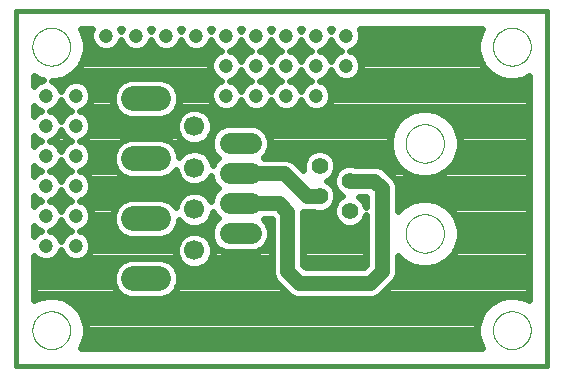
<source format=gtl>
G75*
%MOIN*%
%OFA0B0*%
%FSLAX25Y25*%
%IPPOS*%
%LPD*%
%AMOC8*
5,1,8,0,0,1.08239X$1,22.5*
%
%ADD10C,0.00000*%
%ADD11C,0.01600*%
%ADD12C,0.05543*%
%ADD13C,0.08250*%
%ADD14C,0.07087*%
%ADD15C,0.06693*%
%ADD16C,0.05000*%
%ADD17C,0.04750*%
%ADD18C,0.02400*%
D10*
X0065351Y0067988D02*
X0065353Y0068146D01*
X0065359Y0068304D01*
X0065369Y0068462D01*
X0065383Y0068620D01*
X0065401Y0068777D01*
X0065422Y0068934D01*
X0065448Y0069090D01*
X0065478Y0069246D01*
X0065511Y0069401D01*
X0065549Y0069554D01*
X0065590Y0069707D01*
X0065635Y0069859D01*
X0065684Y0070010D01*
X0065737Y0070159D01*
X0065793Y0070307D01*
X0065853Y0070453D01*
X0065917Y0070598D01*
X0065985Y0070741D01*
X0066056Y0070883D01*
X0066130Y0071023D01*
X0066208Y0071160D01*
X0066290Y0071296D01*
X0066374Y0071430D01*
X0066463Y0071561D01*
X0066554Y0071690D01*
X0066649Y0071817D01*
X0066746Y0071942D01*
X0066847Y0072064D01*
X0066951Y0072183D01*
X0067058Y0072300D01*
X0067168Y0072414D01*
X0067281Y0072525D01*
X0067396Y0072634D01*
X0067514Y0072739D01*
X0067635Y0072841D01*
X0067758Y0072941D01*
X0067884Y0073037D01*
X0068012Y0073130D01*
X0068142Y0073220D01*
X0068275Y0073306D01*
X0068410Y0073390D01*
X0068546Y0073469D01*
X0068685Y0073546D01*
X0068826Y0073618D01*
X0068968Y0073688D01*
X0069112Y0073753D01*
X0069258Y0073815D01*
X0069405Y0073873D01*
X0069554Y0073928D01*
X0069704Y0073979D01*
X0069855Y0074026D01*
X0070007Y0074069D01*
X0070160Y0074108D01*
X0070315Y0074144D01*
X0070470Y0074175D01*
X0070626Y0074203D01*
X0070782Y0074227D01*
X0070939Y0074247D01*
X0071097Y0074263D01*
X0071254Y0074275D01*
X0071413Y0074283D01*
X0071571Y0074287D01*
X0071729Y0074287D01*
X0071887Y0074283D01*
X0072046Y0074275D01*
X0072203Y0074263D01*
X0072361Y0074247D01*
X0072518Y0074227D01*
X0072674Y0074203D01*
X0072830Y0074175D01*
X0072985Y0074144D01*
X0073140Y0074108D01*
X0073293Y0074069D01*
X0073445Y0074026D01*
X0073596Y0073979D01*
X0073746Y0073928D01*
X0073895Y0073873D01*
X0074042Y0073815D01*
X0074188Y0073753D01*
X0074332Y0073688D01*
X0074474Y0073618D01*
X0074615Y0073546D01*
X0074754Y0073469D01*
X0074890Y0073390D01*
X0075025Y0073306D01*
X0075158Y0073220D01*
X0075288Y0073130D01*
X0075416Y0073037D01*
X0075542Y0072941D01*
X0075665Y0072841D01*
X0075786Y0072739D01*
X0075904Y0072634D01*
X0076019Y0072525D01*
X0076132Y0072414D01*
X0076242Y0072300D01*
X0076349Y0072183D01*
X0076453Y0072064D01*
X0076554Y0071942D01*
X0076651Y0071817D01*
X0076746Y0071690D01*
X0076837Y0071561D01*
X0076926Y0071430D01*
X0077010Y0071296D01*
X0077092Y0071160D01*
X0077170Y0071023D01*
X0077244Y0070883D01*
X0077315Y0070741D01*
X0077383Y0070598D01*
X0077447Y0070453D01*
X0077507Y0070307D01*
X0077563Y0070159D01*
X0077616Y0070010D01*
X0077665Y0069859D01*
X0077710Y0069707D01*
X0077751Y0069554D01*
X0077789Y0069401D01*
X0077822Y0069246D01*
X0077852Y0069090D01*
X0077878Y0068934D01*
X0077899Y0068777D01*
X0077917Y0068620D01*
X0077931Y0068462D01*
X0077941Y0068304D01*
X0077947Y0068146D01*
X0077949Y0067988D01*
X0077947Y0067830D01*
X0077941Y0067672D01*
X0077931Y0067514D01*
X0077917Y0067356D01*
X0077899Y0067199D01*
X0077878Y0067042D01*
X0077852Y0066886D01*
X0077822Y0066730D01*
X0077789Y0066575D01*
X0077751Y0066422D01*
X0077710Y0066269D01*
X0077665Y0066117D01*
X0077616Y0065966D01*
X0077563Y0065817D01*
X0077507Y0065669D01*
X0077447Y0065523D01*
X0077383Y0065378D01*
X0077315Y0065235D01*
X0077244Y0065093D01*
X0077170Y0064953D01*
X0077092Y0064816D01*
X0077010Y0064680D01*
X0076926Y0064546D01*
X0076837Y0064415D01*
X0076746Y0064286D01*
X0076651Y0064159D01*
X0076554Y0064034D01*
X0076453Y0063912D01*
X0076349Y0063793D01*
X0076242Y0063676D01*
X0076132Y0063562D01*
X0076019Y0063451D01*
X0075904Y0063342D01*
X0075786Y0063237D01*
X0075665Y0063135D01*
X0075542Y0063035D01*
X0075416Y0062939D01*
X0075288Y0062846D01*
X0075158Y0062756D01*
X0075025Y0062670D01*
X0074890Y0062586D01*
X0074754Y0062507D01*
X0074615Y0062430D01*
X0074474Y0062358D01*
X0074332Y0062288D01*
X0074188Y0062223D01*
X0074042Y0062161D01*
X0073895Y0062103D01*
X0073746Y0062048D01*
X0073596Y0061997D01*
X0073445Y0061950D01*
X0073293Y0061907D01*
X0073140Y0061868D01*
X0072985Y0061832D01*
X0072830Y0061801D01*
X0072674Y0061773D01*
X0072518Y0061749D01*
X0072361Y0061729D01*
X0072203Y0061713D01*
X0072046Y0061701D01*
X0071887Y0061693D01*
X0071729Y0061689D01*
X0071571Y0061689D01*
X0071413Y0061693D01*
X0071254Y0061701D01*
X0071097Y0061713D01*
X0070939Y0061729D01*
X0070782Y0061749D01*
X0070626Y0061773D01*
X0070470Y0061801D01*
X0070315Y0061832D01*
X0070160Y0061868D01*
X0070007Y0061907D01*
X0069855Y0061950D01*
X0069704Y0061997D01*
X0069554Y0062048D01*
X0069405Y0062103D01*
X0069258Y0062161D01*
X0069112Y0062223D01*
X0068968Y0062288D01*
X0068826Y0062358D01*
X0068685Y0062430D01*
X0068546Y0062507D01*
X0068410Y0062586D01*
X0068275Y0062670D01*
X0068142Y0062756D01*
X0068012Y0062846D01*
X0067884Y0062939D01*
X0067758Y0063035D01*
X0067635Y0063135D01*
X0067514Y0063237D01*
X0067396Y0063342D01*
X0067281Y0063451D01*
X0067168Y0063562D01*
X0067058Y0063676D01*
X0066951Y0063793D01*
X0066847Y0063912D01*
X0066746Y0064034D01*
X0066649Y0064159D01*
X0066554Y0064286D01*
X0066463Y0064415D01*
X0066374Y0064546D01*
X0066290Y0064680D01*
X0066208Y0064816D01*
X0066130Y0064953D01*
X0066056Y0065093D01*
X0065985Y0065235D01*
X0065917Y0065378D01*
X0065853Y0065523D01*
X0065793Y0065669D01*
X0065737Y0065817D01*
X0065684Y0065966D01*
X0065635Y0066117D01*
X0065590Y0066269D01*
X0065549Y0066422D01*
X0065511Y0066575D01*
X0065478Y0066730D01*
X0065448Y0066886D01*
X0065422Y0067042D01*
X0065401Y0067199D01*
X0065383Y0067356D01*
X0065369Y0067514D01*
X0065359Y0067672D01*
X0065353Y0067830D01*
X0065351Y0067988D01*
X0065351Y0162476D02*
X0065353Y0162634D01*
X0065359Y0162792D01*
X0065369Y0162950D01*
X0065383Y0163108D01*
X0065401Y0163265D01*
X0065422Y0163422D01*
X0065448Y0163578D01*
X0065478Y0163734D01*
X0065511Y0163889D01*
X0065549Y0164042D01*
X0065590Y0164195D01*
X0065635Y0164347D01*
X0065684Y0164498D01*
X0065737Y0164647D01*
X0065793Y0164795D01*
X0065853Y0164941D01*
X0065917Y0165086D01*
X0065985Y0165229D01*
X0066056Y0165371D01*
X0066130Y0165511D01*
X0066208Y0165648D01*
X0066290Y0165784D01*
X0066374Y0165918D01*
X0066463Y0166049D01*
X0066554Y0166178D01*
X0066649Y0166305D01*
X0066746Y0166430D01*
X0066847Y0166552D01*
X0066951Y0166671D01*
X0067058Y0166788D01*
X0067168Y0166902D01*
X0067281Y0167013D01*
X0067396Y0167122D01*
X0067514Y0167227D01*
X0067635Y0167329D01*
X0067758Y0167429D01*
X0067884Y0167525D01*
X0068012Y0167618D01*
X0068142Y0167708D01*
X0068275Y0167794D01*
X0068410Y0167878D01*
X0068546Y0167957D01*
X0068685Y0168034D01*
X0068826Y0168106D01*
X0068968Y0168176D01*
X0069112Y0168241D01*
X0069258Y0168303D01*
X0069405Y0168361D01*
X0069554Y0168416D01*
X0069704Y0168467D01*
X0069855Y0168514D01*
X0070007Y0168557D01*
X0070160Y0168596D01*
X0070315Y0168632D01*
X0070470Y0168663D01*
X0070626Y0168691D01*
X0070782Y0168715D01*
X0070939Y0168735D01*
X0071097Y0168751D01*
X0071254Y0168763D01*
X0071413Y0168771D01*
X0071571Y0168775D01*
X0071729Y0168775D01*
X0071887Y0168771D01*
X0072046Y0168763D01*
X0072203Y0168751D01*
X0072361Y0168735D01*
X0072518Y0168715D01*
X0072674Y0168691D01*
X0072830Y0168663D01*
X0072985Y0168632D01*
X0073140Y0168596D01*
X0073293Y0168557D01*
X0073445Y0168514D01*
X0073596Y0168467D01*
X0073746Y0168416D01*
X0073895Y0168361D01*
X0074042Y0168303D01*
X0074188Y0168241D01*
X0074332Y0168176D01*
X0074474Y0168106D01*
X0074615Y0168034D01*
X0074754Y0167957D01*
X0074890Y0167878D01*
X0075025Y0167794D01*
X0075158Y0167708D01*
X0075288Y0167618D01*
X0075416Y0167525D01*
X0075542Y0167429D01*
X0075665Y0167329D01*
X0075786Y0167227D01*
X0075904Y0167122D01*
X0076019Y0167013D01*
X0076132Y0166902D01*
X0076242Y0166788D01*
X0076349Y0166671D01*
X0076453Y0166552D01*
X0076554Y0166430D01*
X0076651Y0166305D01*
X0076746Y0166178D01*
X0076837Y0166049D01*
X0076926Y0165918D01*
X0077010Y0165784D01*
X0077092Y0165648D01*
X0077170Y0165511D01*
X0077244Y0165371D01*
X0077315Y0165229D01*
X0077383Y0165086D01*
X0077447Y0164941D01*
X0077507Y0164795D01*
X0077563Y0164647D01*
X0077616Y0164498D01*
X0077665Y0164347D01*
X0077710Y0164195D01*
X0077751Y0164042D01*
X0077789Y0163889D01*
X0077822Y0163734D01*
X0077852Y0163578D01*
X0077878Y0163422D01*
X0077899Y0163265D01*
X0077917Y0163108D01*
X0077931Y0162950D01*
X0077941Y0162792D01*
X0077947Y0162634D01*
X0077949Y0162476D01*
X0077947Y0162318D01*
X0077941Y0162160D01*
X0077931Y0162002D01*
X0077917Y0161844D01*
X0077899Y0161687D01*
X0077878Y0161530D01*
X0077852Y0161374D01*
X0077822Y0161218D01*
X0077789Y0161063D01*
X0077751Y0160910D01*
X0077710Y0160757D01*
X0077665Y0160605D01*
X0077616Y0160454D01*
X0077563Y0160305D01*
X0077507Y0160157D01*
X0077447Y0160011D01*
X0077383Y0159866D01*
X0077315Y0159723D01*
X0077244Y0159581D01*
X0077170Y0159441D01*
X0077092Y0159304D01*
X0077010Y0159168D01*
X0076926Y0159034D01*
X0076837Y0158903D01*
X0076746Y0158774D01*
X0076651Y0158647D01*
X0076554Y0158522D01*
X0076453Y0158400D01*
X0076349Y0158281D01*
X0076242Y0158164D01*
X0076132Y0158050D01*
X0076019Y0157939D01*
X0075904Y0157830D01*
X0075786Y0157725D01*
X0075665Y0157623D01*
X0075542Y0157523D01*
X0075416Y0157427D01*
X0075288Y0157334D01*
X0075158Y0157244D01*
X0075025Y0157158D01*
X0074890Y0157074D01*
X0074754Y0156995D01*
X0074615Y0156918D01*
X0074474Y0156846D01*
X0074332Y0156776D01*
X0074188Y0156711D01*
X0074042Y0156649D01*
X0073895Y0156591D01*
X0073746Y0156536D01*
X0073596Y0156485D01*
X0073445Y0156438D01*
X0073293Y0156395D01*
X0073140Y0156356D01*
X0072985Y0156320D01*
X0072830Y0156289D01*
X0072674Y0156261D01*
X0072518Y0156237D01*
X0072361Y0156217D01*
X0072203Y0156201D01*
X0072046Y0156189D01*
X0071887Y0156181D01*
X0071729Y0156177D01*
X0071571Y0156177D01*
X0071413Y0156181D01*
X0071254Y0156189D01*
X0071097Y0156201D01*
X0070939Y0156217D01*
X0070782Y0156237D01*
X0070626Y0156261D01*
X0070470Y0156289D01*
X0070315Y0156320D01*
X0070160Y0156356D01*
X0070007Y0156395D01*
X0069855Y0156438D01*
X0069704Y0156485D01*
X0069554Y0156536D01*
X0069405Y0156591D01*
X0069258Y0156649D01*
X0069112Y0156711D01*
X0068968Y0156776D01*
X0068826Y0156846D01*
X0068685Y0156918D01*
X0068546Y0156995D01*
X0068410Y0157074D01*
X0068275Y0157158D01*
X0068142Y0157244D01*
X0068012Y0157334D01*
X0067884Y0157427D01*
X0067758Y0157523D01*
X0067635Y0157623D01*
X0067514Y0157725D01*
X0067396Y0157830D01*
X0067281Y0157939D01*
X0067168Y0158050D01*
X0067058Y0158164D01*
X0066951Y0158281D01*
X0066847Y0158400D01*
X0066746Y0158522D01*
X0066649Y0158647D01*
X0066554Y0158774D01*
X0066463Y0158903D01*
X0066374Y0159034D01*
X0066290Y0159168D01*
X0066208Y0159304D01*
X0066130Y0159441D01*
X0066056Y0159581D01*
X0065985Y0159723D01*
X0065917Y0159866D01*
X0065853Y0160011D01*
X0065793Y0160157D01*
X0065737Y0160305D01*
X0065684Y0160454D01*
X0065635Y0160605D01*
X0065590Y0160757D01*
X0065549Y0160910D01*
X0065511Y0161063D01*
X0065478Y0161218D01*
X0065448Y0161374D01*
X0065422Y0161530D01*
X0065401Y0161687D01*
X0065383Y0161844D01*
X0065369Y0162002D01*
X0065359Y0162160D01*
X0065353Y0162318D01*
X0065351Y0162476D01*
X0189740Y0130232D02*
X0189742Y0130392D01*
X0189748Y0130551D01*
X0189758Y0130710D01*
X0189772Y0130869D01*
X0189790Y0131028D01*
X0189811Y0131186D01*
X0189837Y0131343D01*
X0189867Y0131500D01*
X0189900Y0131656D01*
X0189938Y0131811D01*
X0189979Y0131965D01*
X0190024Y0132118D01*
X0190073Y0132270D01*
X0190126Y0132420D01*
X0190182Y0132569D01*
X0190242Y0132717D01*
X0190306Y0132863D01*
X0190374Y0133008D01*
X0190445Y0133151D01*
X0190519Y0133292D01*
X0190597Y0133431D01*
X0190679Y0133568D01*
X0190764Y0133703D01*
X0190852Y0133836D01*
X0190943Y0133967D01*
X0191038Y0134095D01*
X0191136Y0134221D01*
X0191237Y0134345D01*
X0191341Y0134465D01*
X0191448Y0134584D01*
X0191558Y0134699D01*
X0191671Y0134812D01*
X0191786Y0134922D01*
X0191905Y0135029D01*
X0192025Y0135133D01*
X0192149Y0135234D01*
X0192275Y0135332D01*
X0192403Y0135427D01*
X0192534Y0135518D01*
X0192667Y0135606D01*
X0192802Y0135691D01*
X0192939Y0135773D01*
X0193078Y0135851D01*
X0193219Y0135925D01*
X0193362Y0135996D01*
X0193507Y0136064D01*
X0193653Y0136128D01*
X0193801Y0136188D01*
X0193950Y0136244D01*
X0194100Y0136297D01*
X0194252Y0136346D01*
X0194405Y0136391D01*
X0194559Y0136432D01*
X0194714Y0136470D01*
X0194870Y0136503D01*
X0195027Y0136533D01*
X0195184Y0136559D01*
X0195342Y0136580D01*
X0195501Y0136598D01*
X0195660Y0136612D01*
X0195819Y0136622D01*
X0195978Y0136628D01*
X0196138Y0136630D01*
X0196298Y0136628D01*
X0196457Y0136622D01*
X0196616Y0136612D01*
X0196775Y0136598D01*
X0196934Y0136580D01*
X0197092Y0136559D01*
X0197249Y0136533D01*
X0197406Y0136503D01*
X0197562Y0136470D01*
X0197717Y0136432D01*
X0197871Y0136391D01*
X0198024Y0136346D01*
X0198176Y0136297D01*
X0198326Y0136244D01*
X0198475Y0136188D01*
X0198623Y0136128D01*
X0198769Y0136064D01*
X0198914Y0135996D01*
X0199057Y0135925D01*
X0199198Y0135851D01*
X0199337Y0135773D01*
X0199474Y0135691D01*
X0199609Y0135606D01*
X0199742Y0135518D01*
X0199873Y0135427D01*
X0200001Y0135332D01*
X0200127Y0135234D01*
X0200251Y0135133D01*
X0200371Y0135029D01*
X0200490Y0134922D01*
X0200605Y0134812D01*
X0200718Y0134699D01*
X0200828Y0134584D01*
X0200935Y0134465D01*
X0201039Y0134345D01*
X0201140Y0134221D01*
X0201238Y0134095D01*
X0201333Y0133967D01*
X0201424Y0133836D01*
X0201512Y0133703D01*
X0201597Y0133568D01*
X0201679Y0133431D01*
X0201757Y0133292D01*
X0201831Y0133151D01*
X0201902Y0133008D01*
X0201970Y0132863D01*
X0202034Y0132717D01*
X0202094Y0132569D01*
X0202150Y0132420D01*
X0202203Y0132270D01*
X0202252Y0132118D01*
X0202297Y0131965D01*
X0202338Y0131811D01*
X0202376Y0131656D01*
X0202409Y0131500D01*
X0202439Y0131343D01*
X0202465Y0131186D01*
X0202486Y0131028D01*
X0202504Y0130869D01*
X0202518Y0130710D01*
X0202528Y0130551D01*
X0202534Y0130392D01*
X0202536Y0130232D01*
X0202534Y0130072D01*
X0202528Y0129913D01*
X0202518Y0129754D01*
X0202504Y0129595D01*
X0202486Y0129436D01*
X0202465Y0129278D01*
X0202439Y0129121D01*
X0202409Y0128964D01*
X0202376Y0128808D01*
X0202338Y0128653D01*
X0202297Y0128499D01*
X0202252Y0128346D01*
X0202203Y0128194D01*
X0202150Y0128044D01*
X0202094Y0127895D01*
X0202034Y0127747D01*
X0201970Y0127601D01*
X0201902Y0127456D01*
X0201831Y0127313D01*
X0201757Y0127172D01*
X0201679Y0127033D01*
X0201597Y0126896D01*
X0201512Y0126761D01*
X0201424Y0126628D01*
X0201333Y0126497D01*
X0201238Y0126369D01*
X0201140Y0126243D01*
X0201039Y0126119D01*
X0200935Y0125999D01*
X0200828Y0125880D01*
X0200718Y0125765D01*
X0200605Y0125652D01*
X0200490Y0125542D01*
X0200371Y0125435D01*
X0200251Y0125331D01*
X0200127Y0125230D01*
X0200001Y0125132D01*
X0199873Y0125037D01*
X0199742Y0124946D01*
X0199609Y0124858D01*
X0199474Y0124773D01*
X0199337Y0124691D01*
X0199198Y0124613D01*
X0199057Y0124539D01*
X0198914Y0124468D01*
X0198769Y0124400D01*
X0198623Y0124336D01*
X0198475Y0124276D01*
X0198326Y0124220D01*
X0198176Y0124167D01*
X0198024Y0124118D01*
X0197871Y0124073D01*
X0197717Y0124032D01*
X0197562Y0123994D01*
X0197406Y0123961D01*
X0197249Y0123931D01*
X0197092Y0123905D01*
X0196934Y0123884D01*
X0196775Y0123866D01*
X0196616Y0123852D01*
X0196457Y0123842D01*
X0196298Y0123836D01*
X0196138Y0123834D01*
X0195978Y0123836D01*
X0195819Y0123842D01*
X0195660Y0123852D01*
X0195501Y0123866D01*
X0195342Y0123884D01*
X0195184Y0123905D01*
X0195027Y0123931D01*
X0194870Y0123961D01*
X0194714Y0123994D01*
X0194559Y0124032D01*
X0194405Y0124073D01*
X0194252Y0124118D01*
X0194100Y0124167D01*
X0193950Y0124220D01*
X0193801Y0124276D01*
X0193653Y0124336D01*
X0193507Y0124400D01*
X0193362Y0124468D01*
X0193219Y0124539D01*
X0193078Y0124613D01*
X0192939Y0124691D01*
X0192802Y0124773D01*
X0192667Y0124858D01*
X0192534Y0124946D01*
X0192403Y0125037D01*
X0192275Y0125132D01*
X0192149Y0125230D01*
X0192025Y0125331D01*
X0191905Y0125435D01*
X0191786Y0125542D01*
X0191671Y0125652D01*
X0191558Y0125765D01*
X0191448Y0125880D01*
X0191341Y0125999D01*
X0191237Y0126119D01*
X0191136Y0126243D01*
X0191038Y0126369D01*
X0190943Y0126497D01*
X0190852Y0126628D01*
X0190764Y0126761D01*
X0190679Y0126896D01*
X0190597Y0127033D01*
X0190519Y0127172D01*
X0190445Y0127313D01*
X0190374Y0127456D01*
X0190306Y0127601D01*
X0190242Y0127747D01*
X0190182Y0127895D01*
X0190126Y0128044D01*
X0190073Y0128194D01*
X0190024Y0128346D01*
X0189979Y0128499D01*
X0189938Y0128653D01*
X0189900Y0128808D01*
X0189867Y0128964D01*
X0189837Y0129121D01*
X0189811Y0129278D01*
X0189790Y0129436D01*
X0189772Y0129595D01*
X0189758Y0129754D01*
X0189748Y0129913D01*
X0189742Y0130072D01*
X0189740Y0130232D01*
X0189740Y0100232D02*
X0189742Y0100392D01*
X0189748Y0100551D01*
X0189758Y0100710D01*
X0189772Y0100869D01*
X0189790Y0101028D01*
X0189811Y0101186D01*
X0189837Y0101343D01*
X0189867Y0101500D01*
X0189900Y0101656D01*
X0189938Y0101811D01*
X0189979Y0101965D01*
X0190024Y0102118D01*
X0190073Y0102270D01*
X0190126Y0102420D01*
X0190182Y0102569D01*
X0190242Y0102717D01*
X0190306Y0102863D01*
X0190374Y0103008D01*
X0190445Y0103151D01*
X0190519Y0103292D01*
X0190597Y0103431D01*
X0190679Y0103568D01*
X0190764Y0103703D01*
X0190852Y0103836D01*
X0190943Y0103967D01*
X0191038Y0104095D01*
X0191136Y0104221D01*
X0191237Y0104345D01*
X0191341Y0104465D01*
X0191448Y0104584D01*
X0191558Y0104699D01*
X0191671Y0104812D01*
X0191786Y0104922D01*
X0191905Y0105029D01*
X0192025Y0105133D01*
X0192149Y0105234D01*
X0192275Y0105332D01*
X0192403Y0105427D01*
X0192534Y0105518D01*
X0192667Y0105606D01*
X0192802Y0105691D01*
X0192939Y0105773D01*
X0193078Y0105851D01*
X0193219Y0105925D01*
X0193362Y0105996D01*
X0193507Y0106064D01*
X0193653Y0106128D01*
X0193801Y0106188D01*
X0193950Y0106244D01*
X0194100Y0106297D01*
X0194252Y0106346D01*
X0194405Y0106391D01*
X0194559Y0106432D01*
X0194714Y0106470D01*
X0194870Y0106503D01*
X0195027Y0106533D01*
X0195184Y0106559D01*
X0195342Y0106580D01*
X0195501Y0106598D01*
X0195660Y0106612D01*
X0195819Y0106622D01*
X0195978Y0106628D01*
X0196138Y0106630D01*
X0196298Y0106628D01*
X0196457Y0106622D01*
X0196616Y0106612D01*
X0196775Y0106598D01*
X0196934Y0106580D01*
X0197092Y0106559D01*
X0197249Y0106533D01*
X0197406Y0106503D01*
X0197562Y0106470D01*
X0197717Y0106432D01*
X0197871Y0106391D01*
X0198024Y0106346D01*
X0198176Y0106297D01*
X0198326Y0106244D01*
X0198475Y0106188D01*
X0198623Y0106128D01*
X0198769Y0106064D01*
X0198914Y0105996D01*
X0199057Y0105925D01*
X0199198Y0105851D01*
X0199337Y0105773D01*
X0199474Y0105691D01*
X0199609Y0105606D01*
X0199742Y0105518D01*
X0199873Y0105427D01*
X0200001Y0105332D01*
X0200127Y0105234D01*
X0200251Y0105133D01*
X0200371Y0105029D01*
X0200490Y0104922D01*
X0200605Y0104812D01*
X0200718Y0104699D01*
X0200828Y0104584D01*
X0200935Y0104465D01*
X0201039Y0104345D01*
X0201140Y0104221D01*
X0201238Y0104095D01*
X0201333Y0103967D01*
X0201424Y0103836D01*
X0201512Y0103703D01*
X0201597Y0103568D01*
X0201679Y0103431D01*
X0201757Y0103292D01*
X0201831Y0103151D01*
X0201902Y0103008D01*
X0201970Y0102863D01*
X0202034Y0102717D01*
X0202094Y0102569D01*
X0202150Y0102420D01*
X0202203Y0102270D01*
X0202252Y0102118D01*
X0202297Y0101965D01*
X0202338Y0101811D01*
X0202376Y0101656D01*
X0202409Y0101500D01*
X0202439Y0101343D01*
X0202465Y0101186D01*
X0202486Y0101028D01*
X0202504Y0100869D01*
X0202518Y0100710D01*
X0202528Y0100551D01*
X0202534Y0100392D01*
X0202536Y0100232D01*
X0202534Y0100072D01*
X0202528Y0099913D01*
X0202518Y0099754D01*
X0202504Y0099595D01*
X0202486Y0099436D01*
X0202465Y0099278D01*
X0202439Y0099121D01*
X0202409Y0098964D01*
X0202376Y0098808D01*
X0202338Y0098653D01*
X0202297Y0098499D01*
X0202252Y0098346D01*
X0202203Y0098194D01*
X0202150Y0098044D01*
X0202094Y0097895D01*
X0202034Y0097747D01*
X0201970Y0097601D01*
X0201902Y0097456D01*
X0201831Y0097313D01*
X0201757Y0097172D01*
X0201679Y0097033D01*
X0201597Y0096896D01*
X0201512Y0096761D01*
X0201424Y0096628D01*
X0201333Y0096497D01*
X0201238Y0096369D01*
X0201140Y0096243D01*
X0201039Y0096119D01*
X0200935Y0095999D01*
X0200828Y0095880D01*
X0200718Y0095765D01*
X0200605Y0095652D01*
X0200490Y0095542D01*
X0200371Y0095435D01*
X0200251Y0095331D01*
X0200127Y0095230D01*
X0200001Y0095132D01*
X0199873Y0095037D01*
X0199742Y0094946D01*
X0199609Y0094858D01*
X0199474Y0094773D01*
X0199337Y0094691D01*
X0199198Y0094613D01*
X0199057Y0094539D01*
X0198914Y0094468D01*
X0198769Y0094400D01*
X0198623Y0094336D01*
X0198475Y0094276D01*
X0198326Y0094220D01*
X0198176Y0094167D01*
X0198024Y0094118D01*
X0197871Y0094073D01*
X0197717Y0094032D01*
X0197562Y0093994D01*
X0197406Y0093961D01*
X0197249Y0093931D01*
X0197092Y0093905D01*
X0196934Y0093884D01*
X0196775Y0093866D01*
X0196616Y0093852D01*
X0196457Y0093842D01*
X0196298Y0093836D01*
X0196138Y0093834D01*
X0195978Y0093836D01*
X0195819Y0093842D01*
X0195660Y0093852D01*
X0195501Y0093866D01*
X0195342Y0093884D01*
X0195184Y0093905D01*
X0195027Y0093931D01*
X0194870Y0093961D01*
X0194714Y0093994D01*
X0194559Y0094032D01*
X0194405Y0094073D01*
X0194252Y0094118D01*
X0194100Y0094167D01*
X0193950Y0094220D01*
X0193801Y0094276D01*
X0193653Y0094336D01*
X0193507Y0094400D01*
X0193362Y0094468D01*
X0193219Y0094539D01*
X0193078Y0094613D01*
X0192939Y0094691D01*
X0192802Y0094773D01*
X0192667Y0094858D01*
X0192534Y0094946D01*
X0192403Y0095037D01*
X0192275Y0095132D01*
X0192149Y0095230D01*
X0192025Y0095331D01*
X0191905Y0095435D01*
X0191786Y0095542D01*
X0191671Y0095652D01*
X0191558Y0095765D01*
X0191448Y0095880D01*
X0191341Y0095999D01*
X0191237Y0096119D01*
X0191136Y0096243D01*
X0191038Y0096369D01*
X0190943Y0096497D01*
X0190852Y0096628D01*
X0190764Y0096761D01*
X0190679Y0096896D01*
X0190597Y0097033D01*
X0190519Y0097172D01*
X0190445Y0097313D01*
X0190374Y0097456D01*
X0190306Y0097601D01*
X0190242Y0097747D01*
X0190182Y0097895D01*
X0190126Y0098044D01*
X0190073Y0098194D01*
X0190024Y0098346D01*
X0189979Y0098499D01*
X0189938Y0098653D01*
X0189900Y0098808D01*
X0189867Y0098964D01*
X0189837Y0099121D01*
X0189811Y0099278D01*
X0189790Y0099436D01*
X0189772Y0099595D01*
X0189758Y0099754D01*
X0189748Y0099913D01*
X0189742Y0100072D01*
X0189740Y0100232D01*
X0218895Y0067988D02*
X0218897Y0068146D01*
X0218903Y0068304D01*
X0218913Y0068462D01*
X0218927Y0068620D01*
X0218945Y0068777D01*
X0218966Y0068934D01*
X0218992Y0069090D01*
X0219022Y0069246D01*
X0219055Y0069401D01*
X0219093Y0069554D01*
X0219134Y0069707D01*
X0219179Y0069859D01*
X0219228Y0070010D01*
X0219281Y0070159D01*
X0219337Y0070307D01*
X0219397Y0070453D01*
X0219461Y0070598D01*
X0219529Y0070741D01*
X0219600Y0070883D01*
X0219674Y0071023D01*
X0219752Y0071160D01*
X0219834Y0071296D01*
X0219918Y0071430D01*
X0220007Y0071561D01*
X0220098Y0071690D01*
X0220193Y0071817D01*
X0220290Y0071942D01*
X0220391Y0072064D01*
X0220495Y0072183D01*
X0220602Y0072300D01*
X0220712Y0072414D01*
X0220825Y0072525D01*
X0220940Y0072634D01*
X0221058Y0072739D01*
X0221179Y0072841D01*
X0221302Y0072941D01*
X0221428Y0073037D01*
X0221556Y0073130D01*
X0221686Y0073220D01*
X0221819Y0073306D01*
X0221954Y0073390D01*
X0222090Y0073469D01*
X0222229Y0073546D01*
X0222370Y0073618D01*
X0222512Y0073688D01*
X0222656Y0073753D01*
X0222802Y0073815D01*
X0222949Y0073873D01*
X0223098Y0073928D01*
X0223248Y0073979D01*
X0223399Y0074026D01*
X0223551Y0074069D01*
X0223704Y0074108D01*
X0223859Y0074144D01*
X0224014Y0074175D01*
X0224170Y0074203D01*
X0224326Y0074227D01*
X0224483Y0074247D01*
X0224641Y0074263D01*
X0224798Y0074275D01*
X0224957Y0074283D01*
X0225115Y0074287D01*
X0225273Y0074287D01*
X0225431Y0074283D01*
X0225590Y0074275D01*
X0225747Y0074263D01*
X0225905Y0074247D01*
X0226062Y0074227D01*
X0226218Y0074203D01*
X0226374Y0074175D01*
X0226529Y0074144D01*
X0226684Y0074108D01*
X0226837Y0074069D01*
X0226989Y0074026D01*
X0227140Y0073979D01*
X0227290Y0073928D01*
X0227439Y0073873D01*
X0227586Y0073815D01*
X0227732Y0073753D01*
X0227876Y0073688D01*
X0228018Y0073618D01*
X0228159Y0073546D01*
X0228298Y0073469D01*
X0228434Y0073390D01*
X0228569Y0073306D01*
X0228702Y0073220D01*
X0228832Y0073130D01*
X0228960Y0073037D01*
X0229086Y0072941D01*
X0229209Y0072841D01*
X0229330Y0072739D01*
X0229448Y0072634D01*
X0229563Y0072525D01*
X0229676Y0072414D01*
X0229786Y0072300D01*
X0229893Y0072183D01*
X0229997Y0072064D01*
X0230098Y0071942D01*
X0230195Y0071817D01*
X0230290Y0071690D01*
X0230381Y0071561D01*
X0230470Y0071430D01*
X0230554Y0071296D01*
X0230636Y0071160D01*
X0230714Y0071023D01*
X0230788Y0070883D01*
X0230859Y0070741D01*
X0230927Y0070598D01*
X0230991Y0070453D01*
X0231051Y0070307D01*
X0231107Y0070159D01*
X0231160Y0070010D01*
X0231209Y0069859D01*
X0231254Y0069707D01*
X0231295Y0069554D01*
X0231333Y0069401D01*
X0231366Y0069246D01*
X0231396Y0069090D01*
X0231422Y0068934D01*
X0231443Y0068777D01*
X0231461Y0068620D01*
X0231475Y0068462D01*
X0231485Y0068304D01*
X0231491Y0068146D01*
X0231493Y0067988D01*
X0231491Y0067830D01*
X0231485Y0067672D01*
X0231475Y0067514D01*
X0231461Y0067356D01*
X0231443Y0067199D01*
X0231422Y0067042D01*
X0231396Y0066886D01*
X0231366Y0066730D01*
X0231333Y0066575D01*
X0231295Y0066422D01*
X0231254Y0066269D01*
X0231209Y0066117D01*
X0231160Y0065966D01*
X0231107Y0065817D01*
X0231051Y0065669D01*
X0230991Y0065523D01*
X0230927Y0065378D01*
X0230859Y0065235D01*
X0230788Y0065093D01*
X0230714Y0064953D01*
X0230636Y0064816D01*
X0230554Y0064680D01*
X0230470Y0064546D01*
X0230381Y0064415D01*
X0230290Y0064286D01*
X0230195Y0064159D01*
X0230098Y0064034D01*
X0229997Y0063912D01*
X0229893Y0063793D01*
X0229786Y0063676D01*
X0229676Y0063562D01*
X0229563Y0063451D01*
X0229448Y0063342D01*
X0229330Y0063237D01*
X0229209Y0063135D01*
X0229086Y0063035D01*
X0228960Y0062939D01*
X0228832Y0062846D01*
X0228702Y0062756D01*
X0228569Y0062670D01*
X0228434Y0062586D01*
X0228298Y0062507D01*
X0228159Y0062430D01*
X0228018Y0062358D01*
X0227876Y0062288D01*
X0227732Y0062223D01*
X0227586Y0062161D01*
X0227439Y0062103D01*
X0227290Y0062048D01*
X0227140Y0061997D01*
X0226989Y0061950D01*
X0226837Y0061907D01*
X0226684Y0061868D01*
X0226529Y0061832D01*
X0226374Y0061801D01*
X0226218Y0061773D01*
X0226062Y0061749D01*
X0225905Y0061729D01*
X0225747Y0061713D01*
X0225590Y0061701D01*
X0225431Y0061693D01*
X0225273Y0061689D01*
X0225115Y0061689D01*
X0224957Y0061693D01*
X0224798Y0061701D01*
X0224641Y0061713D01*
X0224483Y0061729D01*
X0224326Y0061749D01*
X0224170Y0061773D01*
X0224014Y0061801D01*
X0223859Y0061832D01*
X0223704Y0061868D01*
X0223551Y0061907D01*
X0223399Y0061950D01*
X0223248Y0061997D01*
X0223098Y0062048D01*
X0222949Y0062103D01*
X0222802Y0062161D01*
X0222656Y0062223D01*
X0222512Y0062288D01*
X0222370Y0062358D01*
X0222229Y0062430D01*
X0222090Y0062507D01*
X0221954Y0062586D01*
X0221819Y0062670D01*
X0221686Y0062756D01*
X0221556Y0062846D01*
X0221428Y0062939D01*
X0221302Y0063035D01*
X0221179Y0063135D01*
X0221058Y0063237D01*
X0220940Y0063342D01*
X0220825Y0063451D01*
X0220712Y0063562D01*
X0220602Y0063676D01*
X0220495Y0063793D01*
X0220391Y0063912D01*
X0220290Y0064034D01*
X0220193Y0064159D01*
X0220098Y0064286D01*
X0220007Y0064415D01*
X0219918Y0064546D01*
X0219834Y0064680D01*
X0219752Y0064816D01*
X0219674Y0064953D01*
X0219600Y0065093D01*
X0219529Y0065235D01*
X0219461Y0065378D01*
X0219397Y0065523D01*
X0219337Y0065669D01*
X0219281Y0065817D01*
X0219228Y0065966D01*
X0219179Y0066117D01*
X0219134Y0066269D01*
X0219093Y0066422D01*
X0219055Y0066575D01*
X0219022Y0066730D01*
X0218992Y0066886D01*
X0218966Y0067042D01*
X0218945Y0067199D01*
X0218927Y0067356D01*
X0218913Y0067514D01*
X0218903Y0067672D01*
X0218897Y0067830D01*
X0218895Y0067988D01*
X0218895Y0162476D02*
X0218897Y0162634D01*
X0218903Y0162792D01*
X0218913Y0162950D01*
X0218927Y0163108D01*
X0218945Y0163265D01*
X0218966Y0163422D01*
X0218992Y0163578D01*
X0219022Y0163734D01*
X0219055Y0163889D01*
X0219093Y0164042D01*
X0219134Y0164195D01*
X0219179Y0164347D01*
X0219228Y0164498D01*
X0219281Y0164647D01*
X0219337Y0164795D01*
X0219397Y0164941D01*
X0219461Y0165086D01*
X0219529Y0165229D01*
X0219600Y0165371D01*
X0219674Y0165511D01*
X0219752Y0165648D01*
X0219834Y0165784D01*
X0219918Y0165918D01*
X0220007Y0166049D01*
X0220098Y0166178D01*
X0220193Y0166305D01*
X0220290Y0166430D01*
X0220391Y0166552D01*
X0220495Y0166671D01*
X0220602Y0166788D01*
X0220712Y0166902D01*
X0220825Y0167013D01*
X0220940Y0167122D01*
X0221058Y0167227D01*
X0221179Y0167329D01*
X0221302Y0167429D01*
X0221428Y0167525D01*
X0221556Y0167618D01*
X0221686Y0167708D01*
X0221819Y0167794D01*
X0221954Y0167878D01*
X0222090Y0167957D01*
X0222229Y0168034D01*
X0222370Y0168106D01*
X0222512Y0168176D01*
X0222656Y0168241D01*
X0222802Y0168303D01*
X0222949Y0168361D01*
X0223098Y0168416D01*
X0223248Y0168467D01*
X0223399Y0168514D01*
X0223551Y0168557D01*
X0223704Y0168596D01*
X0223859Y0168632D01*
X0224014Y0168663D01*
X0224170Y0168691D01*
X0224326Y0168715D01*
X0224483Y0168735D01*
X0224641Y0168751D01*
X0224798Y0168763D01*
X0224957Y0168771D01*
X0225115Y0168775D01*
X0225273Y0168775D01*
X0225431Y0168771D01*
X0225590Y0168763D01*
X0225747Y0168751D01*
X0225905Y0168735D01*
X0226062Y0168715D01*
X0226218Y0168691D01*
X0226374Y0168663D01*
X0226529Y0168632D01*
X0226684Y0168596D01*
X0226837Y0168557D01*
X0226989Y0168514D01*
X0227140Y0168467D01*
X0227290Y0168416D01*
X0227439Y0168361D01*
X0227586Y0168303D01*
X0227732Y0168241D01*
X0227876Y0168176D01*
X0228018Y0168106D01*
X0228159Y0168034D01*
X0228298Y0167957D01*
X0228434Y0167878D01*
X0228569Y0167794D01*
X0228702Y0167708D01*
X0228832Y0167618D01*
X0228960Y0167525D01*
X0229086Y0167429D01*
X0229209Y0167329D01*
X0229330Y0167227D01*
X0229448Y0167122D01*
X0229563Y0167013D01*
X0229676Y0166902D01*
X0229786Y0166788D01*
X0229893Y0166671D01*
X0229997Y0166552D01*
X0230098Y0166430D01*
X0230195Y0166305D01*
X0230290Y0166178D01*
X0230381Y0166049D01*
X0230470Y0165918D01*
X0230554Y0165784D01*
X0230636Y0165648D01*
X0230714Y0165511D01*
X0230788Y0165371D01*
X0230859Y0165229D01*
X0230927Y0165086D01*
X0230991Y0164941D01*
X0231051Y0164795D01*
X0231107Y0164647D01*
X0231160Y0164498D01*
X0231209Y0164347D01*
X0231254Y0164195D01*
X0231295Y0164042D01*
X0231333Y0163889D01*
X0231366Y0163734D01*
X0231396Y0163578D01*
X0231422Y0163422D01*
X0231443Y0163265D01*
X0231461Y0163108D01*
X0231475Y0162950D01*
X0231485Y0162792D01*
X0231491Y0162634D01*
X0231493Y0162476D01*
X0231491Y0162318D01*
X0231485Y0162160D01*
X0231475Y0162002D01*
X0231461Y0161844D01*
X0231443Y0161687D01*
X0231422Y0161530D01*
X0231396Y0161374D01*
X0231366Y0161218D01*
X0231333Y0161063D01*
X0231295Y0160910D01*
X0231254Y0160757D01*
X0231209Y0160605D01*
X0231160Y0160454D01*
X0231107Y0160305D01*
X0231051Y0160157D01*
X0230991Y0160011D01*
X0230927Y0159866D01*
X0230859Y0159723D01*
X0230788Y0159581D01*
X0230714Y0159441D01*
X0230636Y0159304D01*
X0230554Y0159168D01*
X0230470Y0159034D01*
X0230381Y0158903D01*
X0230290Y0158774D01*
X0230195Y0158647D01*
X0230098Y0158522D01*
X0229997Y0158400D01*
X0229893Y0158281D01*
X0229786Y0158164D01*
X0229676Y0158050D01*
X0229563Y0157939D01*
X0229448Y0157830D01*
X0229330Y0157725D01*
X0229209Y0157623D01*
X0229086Y0157523D01*
X0228960Y0157427D01*
X0228832Y0157334D01*
X0228702Y0157244D01*
X0228569Y0157158D01*
X0228434Y0157074D01*
X0228298Y0156995D01*
X0228159Y0156918D01*
X0228018Y0156846D01*
X0227876Y0156776D01*
X0227732Y0156711D01*
X0227586Y0156649D01*
X0227439Y0156591D01*
X0227290Y0156536D01*
X0227140Y0156485D01*
X0226989Y0156438D01*
X0226837Y0156395D01*
X0226684Y0156356D01*
X0226529Y0156320D01*
X0226374Y0156289D01*
X0226218Y0156261D01*
X0226062Y0156237D01*
X0225905Y0156217D01*
X0225747Y0156201D01*
X0225590Y0156189D01*
X0225431Y0156181D01*
X0225273Y0156177D01*
X0225115Y0156177D01*
X0224957Y0156181D01*
X0224798Y0156189D01*
X0224641Y0156201D01*
X0224483Y0156217D01*
X0224326Y0156237D01*
X0224170Y0156261D01*
X0224014Y0156289D01*
X0223859Y0156320D01*
X0223704Y0156356D01*
X0223551Y0156395D01*
X0223399Y0156438D01*
X0223248Y0156485D01*
X0223098Y0156536D01*
X0222949Y0156591D01*
X0222802Y0156649D01*
X0222656Y0156711D01*
X0222512Y0156776D01*
X0222370Y0156846D01*
X0222229Y0156918D01*
X0222090Y0156995D01*
X0221954Y0157074D01*
X0221819Y0157158D01*
X0221686Y0157244D01*
X0221556Y0157334D01*
X0221428Y0157427D01*
X0221302Y0157523D01*
X0221179Y0157623D01*
X0221058Y0157725D01*
X0220940Y0157830D01*
X0220825Y0157939D01*
X0220712Y0158050D01*
X0220602Y0158164D01*
X0220495Y0158281D01*
X0220391Y0158400D01*
X0220290Y0158522D01*
X0220193Y0158647D01*
X0220098Y0158774D01*
X0220007Y0158903D01*
X0219918Y0159034D01*
X0219834Y0159168D01*
X0219752Y0159304D01*
X0219674Y0159441D01*
X0219600Y0159581D01*
X0219529Y0159723D01*
X0219461Y0159866D01*
X0219397Y0160011D01*
X0219337Y0160157D01*
X0219281Y0160305D01*
X0219228Y0160454D01*
X0219179Y0160605D01*
X0219134Y0160757D01*
X0219093Y0160910D01*
X0219055Y0161063D01*
X0219022Y0161218D01*
X0218992Y0161374D01*
X0218966Y0161530D01*
X0218945Y0161687D01*
X0218927Y0161844D01*
X0218913Y0162002D01*
X0218903Y0162160D01*
X0218897Y0162318D01*
X0218895Y0162476D01*
D11*
X0237005Y0056177D02*
X0059839Y0056177D01*
X0059839Y0174287D01*
X0237005Y0174287D01*
X0237005Y0056177D01*
D12*
X0171138Y0107732D03*
X0161138Y0112732D03*
X0171138Y0117732D03*
X0161138Y0122732D03*
D13*
X0107271Y0125232D02*
X0099021Y0125232D01*
X0099021Y0105232D02*
X0107271Y0105232D01*
X0107271Y0085232D02*
X0099021Y0085232D01*
X0099021Y0145232D02*
X0107271Y0145232D01*
D14*
X0131099Y0130232D02*
X0138186Y0130232D01*
X0138186Y0120232D02*
X0131099Y0120232D01*
X0131099Y0110232D02*
X0138186Y0110232D01*
X0138186Y0100232D02*
X0131099Y0100232D01*
D15*
X0119288Y0094563D03*
X0119288Y0108343D03*
X0119288Y0122122D03*
X0119288Y0135902D03*
D16*
X0134642Y0120232D02*
X0149327Y0120232D01*
X0156827Y0112732D01*
X0161138Y0112732D01*
X0171138Y0117732D02*
X0179386Y0117732D01*
X0181886Y0115232D01*
X0181886Y0087673D01*
X0177949Y0083736D01*
X0154327Y0083736D01*
X0150390Y0087673D01*
X0150390Y0107358D01*
X0147516Y0110232D01*
X0134642Y0110232D01*
D17*
X0129839Y0146177D03*
X0139839Y0146177D03*
X0149839Y0146177D03*
X0159839Y0146177D03*
X0159839Y0156177D03*
X0149839Y0156177D03*
X0139839Y0156177D03*
X0129839Y0156177D03*
X0129839Y0166177D03*
X0119839Y0166177D03*
X0109839Y0166177D03*
X0099839Y0166177D03*
X0089839Y0166177D03*
X0079839Y0146177D03*
X0069839Y0146177D03*
X0069839Y0136177D03*
X0079839Y0136177D03*
X0079839Y0126177D03*
X0069839Y0126177D03*
X0069839Y0116177D03*
X0079839Y0116177D03*
X0079839Y0106177D03*
X0069839Y0106177D03*
X0069839Y0096177D03*
X0079839Y0096177D03*
X0169839Y0156177D03*
X0169839Y0166177D03*
X0159839Y0166177D03*
X0149839Y0166177D03*
X0139839Y0166177D03*
D18*
X0135094Y0164110D02*
X0134584Y0164110D01*
X0134839Y0164726D02*
X0135452Y0163246D01*
X0136908Y0161790D01*
X0138388Y0161177D01*
X0136908Y0160564D01*
X0135452Y0159108D01*
X0134839Y0157628D01*
X0134226Y0159108D01*
X0132771Y0160564D01*
X0131291Y0161177D01*
X0132771Y0161790D01*
X0134226Y0163246D01*
X0134839Y0164726D01*
X0134839Y0167628D02*
X0134566Y0168287D01*
X0135112Y0168287D01*
X0134839Y0167628D01*
X0132581Y0161712D02*
X0137097Y0161712D01*
X0135657Y0159313D02*
X0134022Y0159313D01*
X0134839Y0154726D02*
X0135452Y0153246D01*
X0136908Y0151790D01*
X0138388Y0151177D01*
X0136908Y0150564D01*
X0135452Y0149108D01*
X0134839Y0147628D01*
X0134226Y0149108D01*
X0132771Y0150564D01*
X0131291Y0151177D01*
X0132771Y0151790D01*
X0134226Y0153246D01*
X0134839Y0154726D01*
X0134752Y0154516D02*
X0134926Y0154516D01*
X0136580Y0152118D02*
X0133098Y0152118D01*
X0133616Y0149719D02*
X0136063Y0149719D01*
X0134839Y0144726D02*
X0135452Y0143246D01*
X0136908Y0141790D01*
X0138810Y0141002D01*
X0140869Y0141002D01*
X0142771Y0141790D01*
X0144226Y0143246D01*
X0144839Y0144726D01*
X0145452Y0143246D01*
X0146908Y0141790D01*
X0148810Y0141002D01*
X0150869Y0141002D01*
X0152771Y0141790D01*
X0154226Y0143246D01*
X0154839Y0144726D01*
X0155452Y0143246D01*
X0156908Y0141790D01*
X0158810Y0141002D01*
X0160869Y0141002D01*
X0162771Y0141790D01*
X0164226Y0143246D01*
X0165014Y0145148D01*
X0165014Y0147206D01*
X0164226Y0149108D01*
X0162771Y0150564D01*
X0161291Y0151177D01*
X0162771Y0151790D01*
X0164226Y0153246D01*
X0164839Y0154726D01*
X0165452Y0153246D01*
X0166908Y0151790D01*
X0168810Y0151002D01*
X0170869Y0151002D01*
X0172771Y0151790D01*
X0174226Y0153246D01*
X0175014Y0155148D01*
X0175014Y0157206D01*
X0174226Y0159108D01*
X0172771Y0160564D01*
X0171291Y0161177D01*
X0172771Y0161790D01*
X0174226Y0163246D01*
X0175014Y0165148D01*
X0175014Y0167206D01*
X0174566Y0168287D01*
X0215270Y0168287D01*
X0214478Y0166915D01*
X0213694Y0163990D01*
X0213694Y0160962D01*
X0214478Y0158038D01*
X0215992Y0155416D01*
X0218133Y0153275D01*
X0220755Y0151761D01*
X0223680Y0150977D01*
X0226707Y0150977D01*
X0229632Y0151761D01*
X0231005Y0152553D01*
X0231005Y0077911D01*
X0229632Y0078704D01*
X0226707Y0079487D01*
X0223680Y0079487D01*
X0220755Y0078704D01*
X0218133Y0077190D01*
X0215992Y0075049D01*
X0214478Y0072427D01*
X0213694Y0069502D01*
X0213694Y0066474D01*
X0214478Y0063550D01*
X0215270Y0062177D01*
X0081573Y0062177D01*
X0082366Y0063550D01*
X0083149Y0066474D01*
X0083149Y0069502D01*
X0082366Y0072427D01*
X0080852Y0075049D01*
X0078711Y0077190D01*
X0076089Y0078704D01*
X0073164Y0079487D01*
X0070136Y0079487D01*
X0067212Y0078704D01*
X0065839Y0077911D01*
X0065839Y0092859D01*
X0066908Y0091790D01*
X0068810Y0091002D01*
X0070869Y0091002D01*
X0072771Y0091790D01*
X0074226Y0093246D01*
X0074839Y0094726D01*
X0075452Y0093246D01*
X0076908Y0091790D01*
X0078810Y0091002D01*
X0080869Y0091002D01*
X0082771Y0091790D01*
X0084226Y0093246D01*
X0085014Y0095148D01*
X0085014Y0097206D01*
X0084226Y0099108D01*
X0082771Y0100564D01*
X0081291Y0101177D01*
X0082771Y0101790D01*
X0084226Y0103246D01*
X0085014Y0105148D01*
X0085014Y0107206D01*
X0084226Y0109108D01*
X0082771Y0110564D01*
X0081291Y0111177D01*
X0082771Y0111790D01*
X0084226Y0113246D01*
X0085014Y0115148D01*
X0085014Y0117206D01*
X0084226Y0119108D01*
X0082771Y0120564D01*
X0081291Y0121177D01*
X0082771Y0121790D01*
X0084226Y0123246D01*
X0085014Y0125148D01*
X0085014Y0127206D01*
X0084226Y0129108D01*
X0082771Y0130564D01*
X0081291Y0131177D01*
X0082771Y0131790D01*
X0084226Y0133246D01*
X0085014Y0135148D01*
X0085014Y0137206D01*
X0084226Y0139108D01*
X0082771Y0140564D01*
X0081291Y0141177D01*
X0082771Y0141790D01*
X0084226Y0143246D01*
X0085014Y0145148D01*
X0085014Y0147206D01*
X0084226Y0149108D01*
X0082771Y0150564D01*
X0080869Y0151352D01*
X0078810Y0151352D01*
X0076908Y0150564D01*
X0075452Y0149108D01*
X0074839Y0147628D01*
X0074226Y0149108D01*
X0072771Y0150564D01*
X0071773Y0150977D01*
X0073164Y0150977D01*
X0076089Y0151761D01*
X0078711Y0153275D01*
X0080852Y0155416D01*
X0082366Y0158038D01*
X0083149Y0160962D01*
X0083149Y0163990D01*
X0082366Y0166915D01*
X0081573Y0168287D01*
X0085112Y0168287D01*
X0084664Y0167206D01*
X0084664Y0165148D01*
X0085452Y0163246D01*
X0086908Y0161790D01*
X0088810Y0161002D01*
X0090869Y0161002D01*
X0092771Y0161790D01*
X0094226Y0163246D01*
X0094839Y0164726D01*
X0095452Y0163246D01*
X0096908Y0161790D01*
X0098810Y0161002D01*
X0100869Y0161002D01*
X0102771Y0161790D01*
X0104226Y0163246D01*
X0104839Y0164726D01*
X0105452Y0163246D01*
X0106908Y0161790D01*
X0108810Y0161002D01*
X0110869Y0161002D01*
X0112771Y0161790D01*
X0114226Y0163246D01*
X0114839Y0164726D01*
X0115452Y0163246D01*
X0116908Y0161790D01*
X0118810Y0161002D01*
X0120869Y0161002D01*
X0122771Y0161790D01*
X0124226Y0163246D01*
X0124839Y0164726D01*
X0125452Y0163246D01*
X0126908Y0161790D01*
X0128388Y0161177D01*
X0126908Y0160564D01*
X0125452Y0159108D01*
X0124664Y0157206D01*
X0124664Y0155148D01*
X0125452Y0153246D01*
X0126908Y0151790D01*
X0128388Y0151177D01*
X0126908Y0150564D01*
X0125452Y0149108D01*
X0124664Y0147206D01*
X0124664Y0145148D01*
X0125452Y0143246D01*
X0126908Y0141790D01*
X0128810Y0141002D01*
X0130869Y0141002D01*
X0132771Y0141790D01*
X0134226Y0143246D01*
X0134839Y0144726D01*
X0133504Y0142524D02*
X0136175Y0142524D01*
X0139447Y0136576D02*
X0129837Y0136576D01*
X0127506Y0135610D01*
X0125721Y0133825D01*
X0124756Y0131494D01*
X0124756Y0128971D01*
X0125721Y0126639D01*
X0127128Y0125232D01*
X0125721Y0123825D01*
X0125434Y0123133D01*
X0125434Y0123345D01*
X0124499Y0125604D01*
X0122770Y0127333D01*
X0120511Y0128268D01*
X0118065Y0128268D01*
X0115806Y0127333D01*
X0114196Y0125723D01*
X0114196Y0126610D01*
X0113142Y0129155D01*
X0111194Y0131103D01*
X0108649Y0132157D01*
X0097644Y0132157D01*
X0095099Y0131103D01*
X0093151Y0129155D01*
X0092096Y0126610D01*
X0092096Y0123855D01*
X0093151Y0121310D01*
X0095099Y0119362D01*
X0097644Y0118307D01*
X0108649Y0118307D01*
X0111194Y0119362D01*
X0113142Y0121309D01*
X0113142Y0120899D01*
X0114077Y0118640D01*
X0115806Y0116911D01*
X0118065Y0115976D01*
X0120511Y0115976D01*
X0122770Y0116911D01*
X0124499Y0118640D01*
X0124756Y0119261D01*
X0124756Y0118971D01*
X0125721Y0116639D01*
X0127128Y0115232D01*
X0125721Y0113825D01*
X0124756Y0111494D01*
X0124756Y0111204D01*
X0124499Y0111824D01*
X0122770Y0113553D01*
X0120511Y0114489D01*
X0118065Y0114489D01*
X0115806Y0113553D01*
X0114077Y0111824D01*
X0113142Y0109565D01*
X0113142Y0109155D01*
X0111194Y0111103D01*
X0108649Y0112157D01*
X0097644Y0112157D01*
X0095099Y0111103D01*
X0093151Y0109155D01*
X0092096Y0106610D01*
X0092096Y0103855D01*
X0093151Y0101310D01*
X0095099Y0099362D01*
X0097644Y0098307D01*
X0108649Y0098307D01*
X0111194Y0099362D01*
X0113142Y0101310D01*
X0114196Y0103855D01*
X0114196Y0104742D01*
X0115806Y0103132D01*
X0118065Y0102196D01*
X0120511Y0102196D01*
X0122770Y0103132D01*
X0124499Y0104861D01*
X0125434Y0107120D01*
X0125434Y0107332D01*
X0125721Y0106639D01*
X0127128Y0105232D01*
X0125721Y0103825D01*
X0124756Y0101494D01*
X0124756Y0098971D01*
X0125721Y0096639D01*
X0127506Y0094855D01*
X0129837Y0093889D01*
X0139447Y0093889D01*
X0141779Y0094855D01*
X0143563Y0096639D01*
X0144529Y0098971D01*
X0144529Y0101494D01*
X0143563Y0103825D01*
X0142456Y0104932D01*
X0145090Y0104932D01*
X0145090Y0086619D01*
X0145897Y0084671D01*
X0149834Y0080734D01*
X0151325Y0079243D01*
X0153273Y0078436D01*
X0179004Y0078436D01*
X0180952Y0079243D01*
X0184889Y0083180D01*
X0186380Y0084671D01*
X0187186Y0086619D01*
X0187186Y0092783D01*
X0189017Y0090952D01*
X0191662Y0089425D01*
X0194612Y0088635D01*
X0197665Y0088635D01*
X0200615Y0089425D01*
X0203260Y0090952D01*
X0205419Y0093111D01*
X0206946Y0095756D01*
X0207736Y0098705D01*
X0207736Y0101759D01*
X0206946Y0104709D01*
X0205419Y0107353D01*
X0203260Y0109513D01*
X0200615Y0111040D01*
X0197665Y0111830D01*
X0194612Y0111830D01*
X0191662Y0111040D01*
X0189017Y0109513D01*
X0187186Y0107682D01*
X0187186Y0116287D01*
X0186380Y0118234D01*
X0184889Y0119725D01*
X0183880Y0120734D01*
X0183880Y0120734D01*
X0182389Y0122225D01*
X0180441Y0123032D01*
X0172903Y0123032D01*
X0172247Y0123304D01*
X0170030Y0123304D01*
X0167982Y0122456D01*
X0166415Y0120888D01*
X0165567Y0118841D01*
X0165567Y0116624D01*
X0166415Y0114576D01*
X0167982Y0113009D01*
X0168650Y0112732D01*
X0167982Y0112456D01*
X0166415Y0110888D01*
X0165567Y0108841D01*
X0165567Y0106624D01*
X0166415Y0104576D01*
X0167982Y0103009D01*
X0170030Y0102161D01*
X0172247Y0102161D01*
X0174295Y0103009D01*
X0175862Y0104576D01*
X0176586Y0106326D01*
X0176586Y0089869D01*
X0175754Y0089036D01*
X0156523Y0089036D01*
X0155690Y0089869D01*
X0155690Y0107467D01*
X0155773Y0107432D01*
X0159374Y0107432D01*
X0160030Y0107161D01*
X0162247Y0107161D01*
X0164295Y0108009D01*
X0165862Y0109576D01*
X0166710Y0111624D01*
X0166710Y0113841D01*
X0165862Y0115888D01*
X0164295Y0117456D01*
X0163627Y0117732D01*
X0164295Y0118009D01*
X0165862Y0119576D01*
X0166710Y0121624D01*
X0166710Y0123841D01*
X0165862Y0125888D01*
X0164295Y0127456D01*
X0162247Y0128304D01*
X0160030Y0128304D01*
X0157982Y0127456D01*
X0156415Y0125888D01*
X0155567Y0123841D01*
X0155567Y0121624D01*
X0155663Y0121392D01*
X0153821Y0123234D01*
X0152330Y0124725D01*
X0150382Y0125532D01*
X0142456Y0125532D01*
X0143563Y0126639D01*
X0144529Y0128971D01*
X0144529Y0131494D01*
X0143563Y0133825D01*
X0141779Y0135610D01*
X0139447Y0136576D01*
X0142061Y0135328D02*
X0185689Y0135328D01*
X0185331Y0134709D02*
X0184541Y0131759D01*
X0184541Y0128705D01*
X0185331Y0125756D01*
X0186858Y0123111D01*
X0189017Y0120952D01*
X0191662Y0119425D01*
X0194612Y0118635D01*
X0197665Y0118635D01*
X0200615Y0119425D01*
X0203260Y0120952D01*
X0205419Y0123111D01*
X0206946Y0125756D01*
X0207736Y0128705D01*
X0207736Y0131759D01*
X0206946Y0134709D01*
X0205419Y0137353D01*
X0203260Y0139513D01*
X0200615Y0141040D01*
X0197665Y0141830D01*
X0194612Y0141830D01*
X0191662Y0141040D01*
X0189017Y0139513D01*
X0186858Y0137353D01*
X0185331Y0134709D01*
X0184854Y0132930D02*
X0143934Y0132930D01*
X0144529Y0130531D02*
X0184541Y0130531D01*
X0184694Y0128133D02*
X0162661Y0128133D01*
X0165926Y0125734D02*
X0185344Y0125734D01*
X0186729Y0123335D02*
X0166710Y0123335D01*
X0166464Y0120937D02*
X0166426Y0120937D01*
X0165567Y0118538D02*
X0164824Y0118538D01*
X0165610Y0116140D02*
X0165767Y0116140D01*
X0166710Y0113741D02*
X0167250Y0113741D01*
X0166870Y0111343D02*
X0166594Y0111343D01*
X0165610Y0108944D02*
X0165230Y0108944D01*
X0165599Y0106546D02*
X0155690Y0106546D01*
X0155690Y0104147D02*
X0166844Y0104147D01*
X0175433Y0104147D02*
X0176586Y0104147D01*
X0176586Y0101749D02*
X0155690Y0101749D01*
X0155690Y0099350D02*
X0176586Y0099350D01*
X0176586Y0096952D02*
X0155690Y0096952D01*
X0155690Y0094553D02*
X0176586Y0094553D01*
X0176586Y0092155D02*
X0155690Y0092155D01*
X0155803Y0089756D02*
X0176474Y0089756D01*
X0184269Y0082561D02*
X0231005Y0082561D01*
X0231005Y0080162D02*
X0181871Y0080162D01*
X0186499Y0084959D02*
X0231005Y0084959D01*
X0231005Y0087358D02*
X0187186Y0087358D01*
X0187186Y0089756D02*
X0191088Y0089756D01*
X0187814Y0092155D02*
X0187186Y0092155D01*
X0201189Y0089756D02*
X0231005Y0089756D01*
X0231005Y0092155D02*
X0204463Y0092155D01*
X0206252Y0094553D02*
X0231005Y0094553D01*
X0231005Y0096952D02*
X0207266Y0096952D01*
X0207736Y0099350D02*
X0231005Y0099350D01*
X0231005Y0101749D02*
X0207736Y0101749D01*
X0207096Y0104147D02*
X0231005Y0104147D01*
X0231005Y0106546D02*
X0205885Y0106546D01*
X0203828Y0108944D02*
X0231005Y0108944D01*
X0231005Y0111343D02*
X0199483Y0111343D01*
X0192794Y0111343D02*
X0187186Y0111343D01*
X0187186Y0113741D02*
X0231005Y0113741D01*
X0231005Y0116140D02*
X0187186Y0116140D01*
X0186076Y0118538D02*
X0231005Y0118538D01*
X0231005Y0120937D02*
X0203234Y0120937D01*
X0205548Y0123335D02*
X0231005Y0123335D01*
X0231005Y0125734D02*
X0206933Y0125734D01*
X0207583Y0128133D02*
X0231005Y0128133D01*
X0231005Y0130531D02*
X0207736Y0130531D01*
X0207422Y0132930D02*
X0231005Y0132930D01*
X0231005Y0135328D02*
X0206588Y0135328D01*
X0205046Y0137727D02*
X0231005Y0137727D01*
X0231005Y0140125D02*
X0202199Y0140125D01*
X0190078Y0140125D02*
X0123757Y0140125D01*
X0124499Y0139383D02*
X0122770Y0141112D01*
X0120511Y0142048D01*
X0118065Y0142048D01*
X0115806Y0141112D01*
X0114077Y0139383D01*
X0113142Y0137124D01*
X0113142Y0134679D01*
X0114077Y0132420D01*
X0115806Y0130691D01*
X0118065Y0129755D01*
X0120511Y0129755D01*
X0122770Y0130691D01*
X0124499Y0132420D01*
X0125434Y0134679D01*
X0125434Y0137124D01*
X0124499Y0139383D01*
X0125185Y0137727D02*
X0187231Y0137727D01*
X0173098Y0152118D02*
X0220137Y0152118D01*
X0216891Y0154516D02*
X0174752Y0154516D01*
X0175014Y0156915D02*
X0215126Y0156915D01*
X0214136Y0159313D02*
X0174022Y0159313D01*
X0172581Y0161712D02*
X0213694Y0161712D01*
X0213726Y0164110D02*
X0174584Y0164110D01*
X0175014Y0166509D02*
X0214369Y0166509D01*
X0230250Y0152118D02*
X0231005Y0152118D01*
X0231005Y0149719D02*
X0163616Y0149719D01*
X0164967Y0147321D02*
X0231005Y0147321D01*
X0231005Y0144922D02*
X0164921Y0144922D01*
X0163504Y0142524D02*
X0231005Y0142524D01*
X0189043Y0120937D02*
X0183677Y0120937D01*
X0184889Y0119725D02*
X0184889Y0119725D01*
X0176586Y0112432D02*
X0176586Y0109139D01*
X0175862Y0110888D01*
X0174318Y0112432D01*
X0176586Y0112432D01*
X0176586Y0111343D02*
X0175407Y0111343D01*
X0187186Y0108944D02*
X0188449Y0108944D01*
X0159616Y0128133D02*
X0144182Y0128133D01*
X0142658Y0125734D02*
X0156351Y0125734D01*
X0155567Y0123335D02*
X0153720Y0123335D01*
X0145090Y0104147D02*
X0143241Y0104147D01*
X0144423Y0101749D02*
X0145090Y0101749D01*
X0145090Y0099350D02*
X0144529Y0099350D01*
X0145090Y0096952D02*
X0143693Y0096952D01*
X0145090Y0094553D02*
X0141051Y0094553D01*
X0145090Y0092155D02*
X0124943Y0092155D01*
X0124499Y0091081D02*
X0125434Y0093340D01*
X0125434Y0095786D01*
X0124499Y0098045D01*
X0122770Y0099774D01*
X0120511Y0100709D01*
X0118065Y0100709D01*
X0115806Y0099774D01*
X0114077Y0098045D01*
X0113142Y0095786D01*
X0113142Y0093340D01*
X0114077Y0091081D01*
X0115806Y0089352D01*
X0118065Y0088417D01*
X0120511Y0088417D01*
X0122770Y0089352D01*
X0124499Y0091081D01*
X0123174Y0089756D02*
X0145090Y0089756D01*
X0145090Y0087358D02*
X0113886Y0087358D01*
X0114196Y0086610D02*
X0113142Y0089155D01*
X0111194Y0091103D01*
X0108649Y0092157D01*
X0097644Y0092157D01*
X0095099Y0091103D01*
X0093151Y0089155D01*
X0092096Y0086610D01*
X0092096Y0083855D01*
X0093151Y0081310D01*
X0095099Y0079362D01*
X0097644Y0078307D01*
X0108649Y0078307D01*
X0111194Y0079362D01*
X0113142Y0081310D01*
X0114196Y0083855D01*
X0114196Y0086610D01*
X0114196Y0084959D02*
X0145778Y0084959D01*
X0148008Y0082561D02*
X0113660Y0082561D01*
X0111995Y0080162D02*
X0150406Y0080162D01*
X0128233Y0094553D02*
X0125434Y0094553D01*
X0125592Y0096952D02*
X0124951Y0096952D01*
X0124756Y0099350D02*
X0123193Y0099350D01*
X0124861Y0101749D02*
X0113324Y0101749D01*
X0115383Y0099350D02*
X0111167Y0099350D01*
X0113625Y0096952D02*
X0085014Y0096952D01*
X0084768Y0094553D02*
X0113142Y0094553D01*
X0113633Y0092155D02*
X0108655Y0092155D01*
X0112541Y0089756D02*
X0115402Y0089756D01*
X0097638Y0092155D02*
X0083135Y0092155D01*
X0076543Y0092155D02*
X0073135Y0092155D01*
X0074768Y0094553D02*
X0074911Y0094553D01*
X0074839Y0097628D02*
X0074226Y0099108D01*
X0072771Y0100564D01*
X0071291Y0101177D01*
X0072771Y0101790D01*
X0074226Y0103246D01*
X0074839Y0104726D01*
X0075452Y0103246D01*
X0076908Y0101790D01*
X0078388Y0101177D01*
X0076908Y0100564D01*
X0075452Y0099108D01*
X0074839Y0097628D01*
X0073984Y0099350D02*
X0075694Y0099350D01*
X0077008Y0101749D02*
X0072671Y0101749D01*
X0074600Y0104147D02*
X0075079Y0104147D01*
X0074839Y0107628D02*
X0074226Y0109108D01*
X0072771Y0110564D01*
X0071291Y0111177D01*
X0072771Y0111790D01*
X0074226Y0113246D01*
X0074839Y0114726D01*
X0075452Y0113246D01*
X0076908Y0111790D01*
X0078388Y0111177D01*
X0076908Y0110564D01*
X0075452Y0109108D01*
X0074839Y0107628D01*
X0074294Y0108944D02*
X0075384Y0108944D01*
X0077988Y0111343D02*
X0071691Y0111343D01*
X0068388Y0111177D02*
X0066908Y0110564D01*
X0065839Y0109495D01*
X0065839Y0112859D01*
X0066908Y0111790D01*
X0068388Y0111177D01*
X0067988Y0111343D02*
X0065839Y0111343D01*
X0065839Y0119495D02*
X0065839Y0122859D01*
X0066908Y0121790D01*
X0068388Y0121177D01*
X0066908Y0120564D01*
X0065839Y0119495D01*
X0065839Y0120937D02*
X0067808Y0120937D01*
X0071291Y0121177D02*
X0072771Y0121790D01*
X0074226Y0123246D01*
X0074839Y0124726D01*
X0075452Y0123246D01*
X0076908Y0121790D01*
X0078388Y0121177D01*
X0076908Y0120564D01*
X0075452Y0119108D01*
X0074839Y0117628D01*
X0074226Y0119108D01*
X0072771Y0120564D01*
X0071291Y0121177D01*
X0071870Y0120937D02*
X0077808Y0120937D01*
X0075415Y0123335D02*
X0074263Y0123335D01*
X0074462Y0118538D02*
X0075216Y0118538D01*
X0075247Y0113741D02*
X0074431Y0113741D01*
X0081691Y0111343D02*
X0095678Y0111343D01*
X0093063Y0108944D02*
X0084294Y0108944D01*
X0085014Y0106546D02*
X0092096Y0106546D01*
X0092096Y0104147D02*
X0084600Y0104147D01*
X0082671Y0101749D02*
X0092969Y0101749D01*
X0095126Y0099350D02*
X0083984Y0099350D01*
X0093752Y0089756D02*
X0065839Y0089756D01*
X0065839Y0087358D02*
X0092406Y0087358D01*
X0092096Y0084959D02*
X0065839Y0084959D01*
X0065839Y0082561D02*
X0092632Y0082561D01*
X0094298Y0080162D02*
X0065839Y0080162D01*
X0077717Y0077764D02*
X0219127Y0077764D01*
X0216308Y0075365D02*
X0080536Y0075365D01*
X0082054Y0072967D02*
X0214790Y0072967D01*
X0213980Y0070568D02*
X0082864Y0070568D01*
X0083149Y0068170D02*
X0213694Y0068170D01*
X0213883Y0065771D02*
X0082961Y0065771D01*
X0082264Y0063373D02*
X0214580Y0063373D01*
X0126043Y0104147D02*
X0123785Y0104147D01*
X0125197Y0106546D02*
X0125815Y0106546D01*
X0124756Y0111343D02*
X0124698Y0111343D01*
X0125687Y0113741D02*
X0122315Y0113741D01*
X0120907Y0116140D02*
X0126221Y0116140D01*
X0124935Y0118538D02*
X0124397Y0118538D01*
X0125434Y0123335D02*
X0125519Y0123335D01*
X0126627Y0125734D02*
X0124368Y0125734D01*
X0125103Y0128133D02*
X0120839Y0128133D01*
X0122384Y0130531D02*
X0124756Y0130531D01*
X0124710Y0132930D02*
X0125350Y0132930D01*
X0125434Y0135328D02*
X0127224Y0135328D01*
X0126175Y0142524D02*
X0113645Y0142524D01*
X0113142Y0141310D02*
X0114196Y0143855D01*
X0114196Y0146610D01*
X0113142Y0149155D01*
X0111194Y0151103D01*
X0108649Y0152157D01*
X0097644Y0152157D01*
X0095099Y0151103D01*
X0093151Y0149155D01*
X0092096Y0146610D01*
X0092096Y0143855D01*
X0093151Y0141310D01*
X0095099Y0139362D01*
X0097644Y0138307D01*
X0108649Y0138307D01*
X0111194Y0139362D01*
X0113142Y0141310D01*
X0111958Y0140125D02*
X0114819Y0140125D01*
X0113391Y0137727D02*
X0084799Y0137727D01*
X0083210Y0140125D02*
X0094335Y0140125D01*
X0092648Y0142524D02*
X0083504Y0142524D01*
X0084921Y0144922D02*
X0092096Y0144922D01*
X0092391Y0147321D02*
X0084967Y0147321D01*
X0083616Y0149719D02*
X0093715Y0149719D01*
X0097548Y0152118D02*
X0076707Y0152118D01*
X0079952Y0154516D02*
X0124926Y0154516D01*
X0124664Y0156915D02*
X0081717Y0156915D01*
X0082708Y0159313D02*
X0125657Y0159313D01*
X0127097Y0161712D02*
X0122581Y0161712D01*
X0124584Y0164110D02*
X0125094Y0164110D01*
X0124839Y0167628D02*
X0124566Y0168287D01*
X0125112Y0168287D01*
X0124839Y0167628D01*
X0117097Y0161712D02*
X0112581Y0161712D01*
X0114584Y0164110D02*
X0115094Y0164110D01*
X0114839Y0167628D02*
X0114566Y0168287D01*
X0115112Y0168287D01*
X0114839Y0167628D01*
X0107097Y0161712D02*
X0102581Y0161712D01*
X0104584Y0164110D02*
X0105094Y0164110D01*
X0104839Y0167628D02*
X0104566Y0168287D01*
X0105112Y0168287D01*
X0104839Y0167628D01*
X0097097Y0161712D02*
X0092581Y0161712D01*
X0094584Y0164110D02*
X0095094Y0164110D01*
X0094839Y0167628D02*
X0094566Y0168287D01*
X0095112Y0168287D01*
X0094839Y0167628D01*
X0087097Y0161712D02*
X0083149Y0161712D01*
X0083117Y0164110D02*
X0085094Y0164110D01*
X0084664Y0166509D02*
X0082475Y0166509D01*
X0067212Y0151761D02*
X0065839Y0152553D01*
X0065839Y0149495D01*
X0066908Y0150564D01*
X0068782Y0151340D01*
X0067212Y0151761D01*
X0066594Y0152118D02*
X0065839Y0152118D01*
X0065839Y0149719D02*
X0066063Y0149719D01*
X0073616Y0149719D02*
X0076063Y0149719D01*
X0074839Y0144726D02*
X0075452Y0143246D01*
X0076908Y0141790D01*
X0078388Y0141177D01*
X0076908Y0140564D01*
X0075452Y0139108D01*
X0074839Y0137628D01*
X0074226Y0139108D01*
X0072771Y0140564D01*
X0071291Y0141177D01*
X0072771Y0141790D01*
X0074226Y0143246D01*
X0074839Y0144726D01*
X0073504Y0142524D02*
X0076175Y0142524D01*
X0076469Y0140125D02*
X0073210Y0140125D01*
X0074799Y0137727D02*
X0074880Y0137727D01*
X0074839Y0134726D02*
X0075452Y0133246D01*
X0076908Y0131790D01*
X0078388Y0131177D01*
X0076908Y0130564D01*
X0075452Y0129108D01*
X0074839Y0127628D01*
X0074226Y0129108D01*
X0072771Y0130564D01*
X0071291Y0131177D01*
X0072771Y0131790D01*
X0074226Y0133246D01*
X0074839Y0134726D01*
X0073910Y0132930D02*
X0075769Y0132930D01*
X0076875Y0130531D02*
X0072804Y0130531D01*
X0074630Y0128133D02*
X0075048Y0128133D01*
X0068388Y0131177D02*
X0066908Y0130564D01*
X0065839Y0129495D01*
X0065839Y0132859D01*
X0066908Y0131790D01*
X0068388Y0131177D01*
X0066875Y0130531D02*
X0065839Y0130531D01*
X0065839Y0139495D02*
X0065839Y0142859D01*
X0066908Y0141790D01*
X0068388Y0141177D01*
X0066908Y0140564D01*
X0065839Y0139495D01*
X0065839Y0140125D02*
X0066469Y0140125D01*
X0066175Y0142524D02*
X0065839Y0142524D01*
X0082804Y0130531D02*
X0094527Y0130531D01*
X0092727Y0128133D02*
X0084630Y0128133D01*
X0085014Y0125734D02*
X0092096Y0125734D01*
X0092311Y0123335D02*
X0084263Y0123335D01*
X0081870Y0120937D02*
X0093523Y0120937D01*
X0097086Y0118538D02*
X0084462Y0118538D01*
X0085014Y0116140D02*
X0117669Y0116140D01*
X0116261Y0113741D02*
X0084431Y0113741D01*
X0068388Y0101177D02*
X0066908Y0100564D01*
X0065839Y0099495D01*
X0065839Y0102859D01*
X0066908Y0101790D01*
X0068388Y0101177D01*
X0067008Y0101749D02*
X0065839Y0101749D01*
X0065839Y0092155D02*
X0066543Y0092155D01*
X0109207Y0118538D02*
X0114179Y0118538D01*
X0113142Y0120937D02*
X0112769Y0120937D01*
X0114196Y0125734D02*
X0114208Y0125734D01*
X0113566Y0128133D02*
X0117737Y0128133D01*
X0116192Y0130531D02*
X0111766Y0130531D01*
X0113866Y0132930D02*
X0083910Y0132930D01*
X0085014Y0135328D02*
X0113142Y0135328D01*
X0114196Y0144922D02*
X0124758Y0144922D01*
X0124712Y0147321D02*
X0113902Y0147321D01*
X0112578Y0149719D02*
X0126063Y0149719D01*
X0126580Y0152118D02*
X0108745Y0152118D01*
X0141291Y0151177D02*
X0142771Y0151790D01*
X0144226Y0153246D01*
X0144839Y0154726D01*
X0145452Y0153246D01*
X0146908Y0151790D01*
X0148388Y0151177D01*
X0146908Y0150564D01*
X0145452Y0149108D01*
X0144839Y0147628D01*
X0144226Y0149108D01*
X0142771Y0150564D01*
X0141291Y0151177D01*
X0143098Y0152118D02*
X0146580Y0152118D01*
X0144926Y0154516D02*
X0144752Y0154516D01*
X0144839Y0157628D02*
X0144226Y0159108D01*
X0142771Y0160564D01*
X0141291Y0161177D01*
X0142771Y0161790D01*
X0144226Y0163246D01*
X0144839Y0164726D01*
X0145452Y0163246D01*
X0146908Y0161790D01*
X0148388Y0161177D01*
X0146908Y0160564D01*
X0145452Y0159108D01*
X0144839Y0157628D01*
X0144022Y0159313D02*
X0145657Y0159313D01*
X0147097Y0161712D02*
X0142581Y0161712D01*
X0144584Y0164110D02*
X0145094Y0164110D01*
X0144839Y0167628D02*
X0144566Y0168287D01*
X0145112Y0168287D01*
X0144839Y0167628D01*
X0151291Y0161177D02*
X0152771Y0161790D01*
X0154226Y0163246D01*
X0154839Y0164726D01*
X0155452Y0163246D01*
X0156908Y0161790D01*
X0158388Y0161177D01*
X0156908Y0160564D01*
X0155452Y0159108D01*
X0154839Y0157628D01*
X0154226Y0159108D01*
X0152771Y0160564D01*
X0151291Y0161177D01*
X0152581Y0161712D02*
X0157097Y0161712D01*
X0155657Y0159313D02*
X0154022Y0159313D01*
X0154584Y0164110D02*
X0155094Y0164110D01*
X0154839Y0167628D02*
X0154566Y0168287D01*
X0155112Y0168287D01*
X0154839Y0167628D01*
X0161291Y0161177D02*
X0162771Y0161790D01*
X0164226Y0163246D01*
X0164839Y0164726D01*
X0165452Y0163246D01*
X0166908Y0161790D01*
X0168388Y0161177D01*
X0166908Y0160564D01*
X0165452Y0159108D01*
X0164839Y0157628D01*
X0164226Y0159108D01*
X0162771Y0160564D01*
X0161291Y0161177D01*
X0162581Y0161712D02*
X0167097Y0161712D01*
X0165657Y0159313D02*
X0164022Y0159313D01*
X0164584Y0164110D02*
X0165094Y0164110D01*
X0164839Y0167628D02*
X0164566Y0168287D01*
X0165112Y0168287D01*
X0164839Y0167628D01*
X0164752Y0154516D02*
X0164926Y0154516D01*
X0166580Y0152118D02*
X0163098Y0152118D01*
X0158388Y0151177D02*
X0156908Y0150564D01*
X0155452Y0149108D01*
X0154839Y0147628D01*
X0154226Y0149108D01*
X0152771Y0150564D01*
X0151291Y0151177D01*
X0152771Y0151790D01*
X0154226Y0153246D01*
X0154839Y0154726D01*
X0155452Y0153246D01*
X0156908Y0151790D01*
X0158388Y0151177D01*
X0156580Y0152118D02*
X0153098Y0152118D01*
X0154752Y0154516D02*
X0154926Y0154516D01*
X0156063Y0149719D02*
X0153616Y0149719D01*
X0146063Y0149719D02*
X0143616Y0149719D01*
X0143504Y0142524D02*
X0146175Y0142524D01*
X0153504Y0142524D02*
X0156175Y0142524D01*
X0113878Y0111343D02*
X0110615Y0111343D01*
X0114196Y0104147D02*
X0114791Y0104147D01*
M02*

</source>
